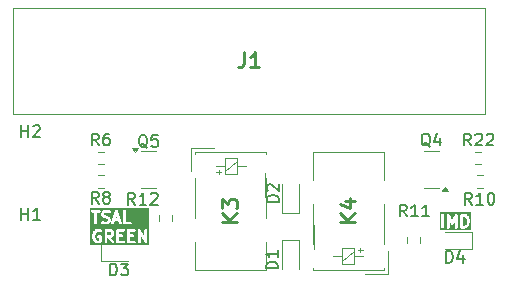
<source format=gbr>
%TF.GenerationSoftware,KiCad,Pcbnew,9.0.1*%
%TF.CreationDate,2025-06-11T23:13:24+02:00*%
%TF.ProjectId,PUTM_EV_CART_INDICATOR,5055544d-5f45-4565-9f43-4152545f494e,rev?*%
%TF.SameCoordinates,Original*%
%TF.FileFunction,Legend,Top*%
%TF.FilePolarity,Positive*%
%FSLAX46Y46*%
G04 Gerber Fmt 4.6, Leading zero omitted, Abs format (unit mm)*
G04 Created by KiCad (PCBNEW 9.0.1) date 2025-06-11 23:13:24*
%MOMM*%
%LPD*%
G01*
G04 APERTURE LIST*
%ADD10C,0.250000*%
%ADD11C,0.150000*%
%ADD12C,0.254000*%
%ADD13C,0.120000*%
%ADD14C,0.100000*%
G04 APERTURE END LIST*
D10*
G36*
X121835044Y-78021491D02*
G01*
X121895072Y-78081519D01*
X121927483Y-78146342D01*
X121968043Y-78308579D01*
X121968043Y-78420658D01*
X121927483Y-78582894D01*
X121895073Y-78647715D01*
X121835043Y-78707746D01*
X121739427Y-78739619D01*
X121646615Y-78739619D01*
X121646615Y-77989619D01*
X121739427Y-77989619D01*
X121835044Y-78021491D01*
G37*
G36*
X122343043Y-79114619D02*
G01*
X119652568Y-79114619D01*
X119652568Y-77864619D01*
X119777568Y-77864619D01*
X119777568Y-78864619D01*
X119779970Y-78889005D01*
X119798634Y-78934065D01*
X119833122Y-78968553D01*
X119878182Y-78987217D01*
X119926954Y-78987217D01*
X119972014Y-78968553D01*
X120006502Y-78934065D01*
X120025166Y-78889005D01*
X120027568Y-78864619D01*
X120027568Y-77864619D01*
X120253758Y-77864619D01*
X120253758Y-78864619D01*
X120256160Y-78889005D01*
X120274824Y-78934065D01*
X120309312Y-78968553D01*
X120354372Y-78987217D01*
X120403144Y-78987217D01*
X120448204Y-78968553D01*
X120482692Y-78934065D01*
X120501356Y-78889005D01*
X120503758Y-78864619D01*
X120503758Y-78428065D01*
X120598818Y-78631765D01*
X120604107Y-78640694D01*
X120605208Y-78643720D01*
X120607167Y-78645860D01*
X120611307Y-78652847D01*
X120625315Y-78665675D01*
X120638148Y-78679688D01*
X120643180Y-78682036D01*
X120647276Y-78685787D01*
X120665126Y-78692278D01*
X120682344Y-78700313D01*
X120687893Y-78700556D01*
X120693113Y-78702455D01*
X120712091Y-78701620D01*
X120731070Y-78702455D01*
X120736289Y-78700556D01*
X120741838Y-78700313D01*
X120759051Y-78692279D01*
X120776907Y-78685787D01*
X120781003Y-78682035D01*
X120786034Y-78679688D01*
X120798864Y-78665677D01*
X120812875Y-78652847D01*
X120817014Y-78645860D01*
X120818974Y-78643720D01*
X120820074Y-78640694D01*
X120825364Y-78631765D01*
X120920424Y-78428064D01*
X120920424Y-78864619D01*
X120922826Y-78889005D01*
X120941490Y-78934065D01*
X120975978Y-78968553D01*
X121021038Y-78987217D01*
X121069810Y-78987217D01*
X121114870Y-78968553D01*
X121149358Y-78934065D01*
X121168022Y-78889005D01*
X121170424Y-78864619D01*
X121170424Y-77864619D01*
X121396615Y-77864619D01*
X121396615Y-78864619D01*
X121399017Y-78889005D01*
X121417681Y-78934065D01*
X121452169Y-78968553D01*
X121497229Y-78987217D01*
X121521615Y-78989619D01*
X121759710Y-78989619D01*
X121772053Y-78988403D01*
X121775344Y-78988637D01*
X121779673Y-78987652D01*
X121784096Y-78987217D01*
X121787147Y-78985953D01*
X121799238Y-78983204D01*
X121942095Y-78935586D01*
X121964470Y-78925595D01*
X121967862Y-78922652D01*
X121972014Y-78920933D01*
X121990956Y-78905388D01*
X122086194Y-78810149D01*
X122094062Y-78800560D01*
X122096554Y-78798400D01*
X122098918Y-78794643D01*
X122101739Y-78791207D01*
X122103003Y-78788155D01*
X122109608Y-78777663D01*
X122157227Y-78682425D01*
X122157910Y-78680639D01*
X122158447Y-78679915D01*
X122162102Y-78669685D01*
X122165985Y-78659539D01*
X122166048Y-78658639D01*
X122166692Y-78656840D01*
X122214311Y-78466364D01*
X122214936Y-78462134D01*
X122215641Y-78460433D01*
X122216545Y-78451253D01*
X122217895Y-78442124D01*
X122217623Y-78440301D01*
X122218043Y-78436047D01*
X122218043Y-78293190D01*
X122217623Y-78288935D01*
X122217895Y-78287113D01*
X122216545Y-78277983D01*
X122215641Y-78268804D01*
X122214936Y-78267102D01*
X122214311Y-78262873D01*
X122166692Y-78072397D01*
X122166048Y-78070597D01*
X122165985Y-78069698D01*
X122162102Y-78059551D01*
X122158447Y-78049322D01*
X122157910Y-78048597D01*
X122157227Y-78046812D01*
X122109608Y-77951574D01*
X122103000Y-77941077D01*
X122101738Y-77938030D01*
X122098921Y-77934598D01*
X122096554Y-77930837D01*
X122094059Y-77928673D01*
X122086193Y-77919088D01*
X121990955Y-77823850D01*
X121972013Y-77808305D01*
X121967863Y-77806586D01*
X121964470Y-77803643D01*
X121942095Y-77793652D01*
X121799238Y-77746034D01*
X121787147Y-77743284D01*
X121784096Y-77742021D01*
X121779673Y-77741585D01*
X121775344Y-77740601D01*
X121772053Y-77740834D01*
X121759710Y-77739619D01*
X121521615Y-77739619D01*
X121497229Y-77742021D01*
X121452169Y-77760685D01*
X121417681Y-77795173D01*
X121399017Y-77840233D01*
X121396615Y-77864619D01*
X121170424Y-77864619D01*
X121168845Y-77848591D01*
X121168975Y-77845640D01*
X121168398Y-77844054D01*
X121168022Y-77840233D01*
X121159722Y-77820196D01*
X121152307Y-77799803D01*
X121150424Y-77797747D01*
X121149358Y-77795173D01*
X121134020Y-77779835D01*
X121119367Y-77763835D01*
X121116841Y-77762656D01*
X121114870Y-77760685D01*
X121094831Y-77752384D01*
X121075171Y-77743210D01*
X121072384Y-77743087D01*
X121069810Y-77742021D01*
X121048124Y-77742021D01*
X121026446Y-77741068D01*
X121023825Y-77742021D01*
X121021038Y-77742021D01*
X121000994Y-77750323D01*
X120980609Y-77757736D01*
X120978553Y-77759618D01*
X120975978Y-77760685D01*
X120960635Y-77776027D01*
X120944640Y-77790676D01*
X120942682Y-77793980D01*
X120941490Y-77795173D01*
X120940360Y-77797900D01*
X120932151Y-77811758D01*
X120712090Y-78283315D01*
X120492031Y-77811758D01*
X120483821Y-77797900D01*
X120482692Y-77795173D01*
X120481499Y-77793980D01*
X120479542Y-77790676D01*
X120463541Y-77776022D01*
X120448204Y-77760685D01*
X120445629Y-77759618D01*
X120443574Y-77757736D01*
X120423180Y-77750320D01*
X120403144Y-77742021D01*
X120400358Y-77742021D01*
X120397737Y-77741068D01*
X120376058Y-77742021D01*
X120354372Y-77742021D01*
X120351797Y-77743087D01*
X120349011Y-77743210D01*
X120329350Y-77752384D01*
X120309312Y-77760685D01*
X120307340Y-77762656D01*
X120304815Y-77763835D01*
X120290161Y-77779835D01*
X120274824Y-77795173D01*
X120273757Y-77797747D01*
X120271875Y-77799803D01*
X120264459Y-77820196D01*
X120256160Y-77840233D01*
X120255783Y-77844054D01*
X120255207Y-77845640D01*
X120255336Y-77848591D01*
X120253758Y-77864619D01*
X120027568Y-77864619D01*
X120025166Y-77840233D01*
X120006502Y-77795173D01*
X119972014Y-77760685D01*
X119926954Y-77742021D01*
X119878182Y-77742021D01*
X119833122Y-77760685D01*
X119798634Y-77795173D01*
X119779970Y-77840233D01*
X119777568Y-77864619D01*
X119652568Y-77864619D01*
X119652568Y-77614619D01*
X122343043Y-77614619D01*
X122343043Y-79114619D01*
G37*
G36*
X91804713Y-79279969D02*
G01*
X91823645Y-79298902D01*
X91848996Y-79349603D01*
X91848996Y-79433443D01*
X91823645Y-79484144D01*
X91804713Y-79503077D01*
X91754012Y-79528428D01*
X91527568Y-79528428D01*
X91527568Y-79254619D01*
X91754012Y-79254619D01*
X91804713Y-79279969D01*
G37*
G36*
X92371997Y-78108960D02*
G01*
X92242663Y-78108960D01*
X92307329Y-77914959D01*
X92371997Y-78108960D01*
G37*
G36*
X95033520Y-80379619D02*
G01*
X90012113Y-80379619D01*
X90012113Y-79558190D01*
X90229949Y-79558190D01*
X90229949Y-79701047D01*
X90230368Y-79705301D01*
X90230097Y-79707123D01*
X90231446Y-79716251D01*
X90232351Y-79725433D01*
X90233055Y-79727134D01*
X90233681Y-79731364D01*
X90281300Y-79921840D01*
X90281943Y-79923639D01*
X90282007Y-79924539D01*
X90285889Y-79934685D01*
X90289545Y-79944915D01*
X90290081Y-79945639D01*
X90290765Y-79947425D01*
X90338383Y-80042662D01*
X90344989Y-80053156D01*
X90346253Y-80056207D01*
X90349073Y-80059643D01*
X90351438Y-80063400D01*
X90353929Y-80065560D01*
X90361798Y-80075149D01*
X90457036Y-80170388D01*
X90475978Y-80185933D01*
X90480129Y-80187652D01*
X90483522Y-80190595D01*
X90505897Y-80200585D01*
X90648753Y-80248204D01*
X90660846Y-80250953D01*
X90663896Y-80252217D01*
X90668317Y-80252652D01*
X90672647Y-80253637D01*
X90675938Y-80253403D01*
X90688282Y-80254619D01*
X90783520Y-80254619D01*
X90795863Y-80253403D01*
X90799154Y-80253637D01*
X90803483Y-80252652D01*
X90807906Y-80252217D01*
X90810957Y-80250953D01*
X90823048Y-80248204D01*
X90965905Y-80200586D01*
X90988280Y-80190595D01*
X90991672Y-80187652D01*
X90995824Y-80185933D01*
X91014766Y-80170387D01*
X91062385Y-80122768D01*
X91077925Y-80103830D01*
X91077930Y-80103826D01*
X91096594Y-80058766D01*
X91098996Y-80034380D01*
X91098996Y-79701047D01*
X91096594Y-79676661D01*
X91077930Y-79631601D01*
X91043442Y-79597113D01*
X90998382Y-79578449D01*
X90973996Y-79576047D01*
X90783520Y-79576047D01*
X90759134Y-79578449D01*
X90714074Y-79597113D01*
X90679586Y-79631601D01*
X90660922Y-79676661D01*
X90660922Y-79725433D01*
X90679586Y-79770493D01*
X90714074Y-79804981D01*
X90759134Y-79823645D01*
X90783520Y-79826047D01*
X90848996Y-79826047D01*
X90848996Y-79976032D01*
X90763237Y-80004619D01*
X90708568Y-80004619D01*
X90612949Y-79972746D01*
X90552918Y-79912715D01*
X90520508Y-79847896D01*
X90479949Y-79685658D01*
X90479949Y-79573579D01*
X90520508Y-79411341D01*
X90552919Y-79346520D01*
X90612947Y-79286491D01*
X90708568Y-79254619D01*
X90801631Y-79254619D01*
X90870475Y-79289041D01*
X90893361Y-79297799D01*
X90942010Y-79301256D01*
X90988281Y-79285833D01*
X91025126Y-79253877D01*
X91046937Y-79210254D01*
X91050395Y-79161604D01*
X91039734Y-79129619D01*
X91277568Y-79129619D01*
X91277568Y-80129619D01*
X91279970Y-80154005D01*
X91298634Y-80199065D01*
X91333122Y-80233553D01*
X91378182Y-80252217D01*
X91426954Y-80252217D01*
X91472014Y-80233553D01*
X91506502Y-80199065D01*
X91525166Y-80154005D01*
X91527568Y-80129619D01*
X91527568Y-79778428D01*
X91575581Y-79778428D01*
X91871592Y-80201302D01*
X91887544Y-80219902D01*
X91928675Y-80246114D01*
X91976706Y-80254590D01*
X92024324Y-80244040D01*
X92064279Y-80216071D01*
X92090491Y-80174941D01*
X92098967Y-80126909D01*
X92088417Y-80079292D01*
X92076400Y-80057936D01*
X91863188Y-79753347D01*
X91934659Y-79717613D01*
X91945157Y-79711003D01*
X91948204Y-79709742D01*
X91951635Y-79706926D01*
X91955397Y-79704558D01*
X91957560Y-79702063D01*
X91967146Y-79694197D01*
X92014765Y-79646579D01*
X92022634Y-79636990D01*
X92025126Y-79634829D01*
X92027491Y-79631071D01*
X92030310Y-79627637D01*
X92031573Y-79624586D01*
X92038180Y-79614092D01*
X92085799Y-79518854D01*
X92094557Y-79495968D01*
X92094875Y-79491487D01*
X92096594Y-79487338D01*
X92098996Y-79462952D01*
X92098996Y-79320095D01*
X92096594Y-79295709D01*
X92094875Y-79291559D01*
X92094557Y-79287079D01*
X92085799Y-79264193D01*
X92038180Y-79168955D01*
X92031573Y-79158460D01*
X92030310Y-79155410D01*
X92027491Y-79151975D01*
X92025126Y-79148218D01*
X92022634Y-79146056D01*
X92014765Y-79136468D01*
X92007916Y-79129619D01*
X92277568Y-79129619D01*
X92277568Y-80129619D01*
X92279970Y-80154005D01*
X92298634Y-80199065D01*
X92333122Y-80233553D01*
X92378182Y-80252217D01*
X92402568Y-80254619D01*
X92878758Y-80254619D01*
X92903144Y-80252217D01*
X92948204Y-80233553D01*
X92982692Y-80199065D01*
X93001356Y-80154005D01*
X93001356Y-80105233D01*
X92982692Y-80060173D01*
X92948204Y-80025685D01*
X92903144Y-80007021D01*
X92878758Y-80004619D01*
X92527568Y-80004619D01*
X92527568Y-79730809D01*
X92735901Y-79730809D01*
X92760287Y-79728407D01*
X92805347Y-79709743D01*
X92839835Y-79675255D01*
X92858499Y-79630195D01*
X92858499Y-79581423D01*
X92839835Y-79536363D01*
X92805347Y-79501875D01*
X92760287Y-79483211D01*
X92735901Y-79480809D01*
X92527568Y-79480809D01*
X92527568Y-79254619D01*
X92878758Y-79254619D01*
X92903144Y-79252217D01*
X92948204Y-79233553D01*
X92982692Y-79199065D01*
X93001356Y-79154005D01*
X93001356Y-79129619D01*
X93182330Y-79129619D01*
X93182330Y-80129619D01*
X93184732Y-80154005D01*
X93203396Y-80199065D01*
X93237884Y-80233553D01*
X93282944Y-80252217D01*
X93307330Y-80254619D01*
X93783520Y-80254619D01*
X93807906Y-80252217D01*
X93852966Y-80233553D01*
X93887454Y-80199065D01*
X93906118Y-80154005D01*
X93906118Y-80105233D01*
X93887454Y-80060173D01*
X93852966Y-80025685D01*
X93807906Y-80007021D01*
X93783520Y-80004619D01*
X93432330Y-80004619D01*
X93432330Y-79730809D01*
X93640663Y-79730809D01*
X93665049Y-79728407D01*
X93710109Y-79709743D01*
X93744597Y-79675255D01*
X93763261Y-79630195D01*
X93763261Y-79581423D01*
X93744597Y-79536363D01*
X93710109Y-79501875D01*
X93665049Y-79483211D01*
X93640663Y-79480809D01*
X93432330Y-79480809D01*
X93432330Y-79254619D01*
X93783520Y-79254619D01*
X93807906Y-79252217D01*
X93852966Y-79233553D01*
X93887454Y-79199065D01*
X93906118Y-79154005D01*
X93906118Y-79129619D01*
X94087092Y-79129619D01*
X94087092Y-80129619D01*
X94089494Y-80154005D01*
X94108158Y-80199065D01*
X94142646Y-80233553D01*
X94187706Y-80252217D01*
X94236478Y-80252217D01*
X94281538Y-80233553D01*
X94316026Y-80199065D01*
X94334690Y-80154005D01*
X94337092Y-80129619D01*
X94337092Y-79600313D01*
X94674990Y-80191636D01*
X94678636Y-80196773D01*
X94679586Y-80199065D01*
X94681920Y-80201399D01*
X94689174Y-80211618D01*
X94702318Y-80221797D01*
X94714074Y-80233553D01*
X94721434Y-80236601D01*
X94727735Y-80241481D01*
X94743776Y-80245855D01*
X94759134Y-80252217D01*
X94767101Y-80252217D01*
X94774790Y-80254314D01*
X94791285Y-80252217D01*
X94807906Y-80252217D01*
X94815266Y-80249168D01*
X94823173Y-80248163D01*
X94837607Y-80239914D01*
X94852966Y-80233553D01*
X94858600Y-80227918D01*
X94865519Y-80223965D01*
X94875698Y-80210820D01*
X94887454Y-80199065D01*
X94890502Y-80191704D01*
X94895382Y-80185404D01*
X94899757Y-80169361D01*
X94906118Y-80154005D01*
X94907346Y-80141535D01*
X94908215Y-80138350D01*
X94907902Y-80135890D01*
X94908520Y-80129619D01*
X94908520Y-79129619D01*
X94906118Y-79105233D01*
X94887454Y-79060173D01*
X94852966Y-79025685D01*
X94807906Y-79007021D01*
X94759134Y-79007021D01*
X94714074Y-79025685D01*
X94679586Y-79060173D01*
X94660922Y-79105233D01*
X94658520Y-79129619D01*
X94658520Y-79658923D01*
X94320622Y-79067602D01*
X94316975Y-79062464D01*
X94316026Y-79060173D01*
X94313691Y-79057838D01*
X94306438Y-79047620D01*
X94293293Y-79037440D01*
X94281538Y-79025685D01*
X94274177Y-79022636D01*
X94267877Y-79017757D01*
X94251835Y-79013382D01*
X94236478Y-79007021D01*
X94228511Y-79007021D01*
X94220822Y-79004924D01*
X94204327Y-79007021D01*
X94187706Y-79007021D01*
X94180345Y-79010069D01*
X94172439Y-79011075D01*
X94158004Y-79019323D01*
X94142646Y-79025685D01*
X94137011Y-79031319D01*
X94130093Y-79035273D01*
X94119913Y-79048417D01*
X94108158Y-79060173D01*
X94105109Y-79067533D01*
X94100230Y-79073834D01*
X94095855Y-79089875D01*
X94089494Y-79105233D01*
X94088265Y-79117704D01*
X94087397Y-79120889D01*
X94087709Y-79123348D01*
X94087092Y-79129619D01*
X93906118Y-79129619D01*
X93906118Y-79105233D01*
X93887454Y-79060173D01*
X93852966Y-79025685D01*
X93807906Y-79007021D01*
X93783520Y-79004619D01*
X93307330Y-79004619D01*
X93282944Y-79007021D01*
X93237884Y-79025685D01*
X93203396Y-79060173D01*
X93184732Y-79105233D01*
X93182330Y-79129619D01*
X93001356Y-79129619D01*
X93001356Y-79105233D01*
X92982692Y-79060173D01*
X92948204Y-79025685D01*
X92903144Y-79007021D01*
X92878758Y-79004619D01*
X92402568Y-79004619D01*
X92378182Y-79007021D01*
X92333122Y-79025685D01*
X92298634Y-79060173D01*
X92279970Y-79105233D01*
X92277568Y-79129619D01*
X92007916Y-79129619D01*
X91967146Y-79088850D01*
X91957560Y-79080983D01*
X91955397Y-79078489D01*
X91951635Y-79076120D01*
X91948204Y-79073305D01*
X91945157Y-79072043D01*
X91934659Y-79065434D01*
X91839422Y-79017816D01*
X91816536Y-79009058D01*
X91812054Y-79008739D01*
X91807906Y-79007021D01*
X91783520Y-79004619D01*
X91402568Y-79004619D01*
X91378182Y-79007021D01*
X91333122Y-79025685D01*
X91298634Y-79060173D01*
X91279970Y-79105233D01*
X91277568Y-79129619D01*
X91039734Y-79129619D01*
X91034972Y-79115334D01*
X91003016Y-79078489D01*
X90982278Y-79065434D01*
X90887041Y-79017816D01*
X90864155Y-79009058D01*
X90859673Y-79008739D01*
X90855525Y-79007021D01*
X90831139Y-79004619D01*
X90688282Y-79004619D01*
X90675938Y-79005834D01*
X90672647Y-79005601D01*
X90668317Y-79006585D01*
X90663896Y-79007021D01*
X90660846Y-79008284D01*
X90648753Y-79011034D01*
X90505897Y-79058653D01*
X90483522Y-79068643D01*
X90480128Y-79071586D01*
X90475979Y-79073305D01*
X90457037Y-79088850D01*
X90361799Y-79184088D01*
X90353932Y-79193673D01*
X90351438Y-79195837D01*
X90349069Y-79199598D01*
X90346254Y-79203030D01*
X90344992Y-79206076D01*
X90338383Y-79216575D01*
X90290765Y-79311812D01*
X90290081Y-79313597D01*
X90289545Y-79314322D01*
X90285889Y-79324551D01*
X90282007Y-79334698D01*
X90281943Y-79335597D01*
X90281300Y-79337397D01*
X90233681Y-79527873D01*
X90233055Y-79532102D01*
X90232351Y-79533804D01*
X90231446Y-79542985D01*
X90230097Y-79552114D01*
X90230368Y-79553935D01*
X90229949Y-79558190D01*
X90012113Y-79558190D01*
X90012113Y-77495289D01*
X90137113Y-77495289D01*
X90137113Y-77544061D01*
X90155777Y-77589121D01*
X90190265Y-77623609D01*
X90235325Y-77642273D01*
X90259711Y-77644675D01*
X90420425Y-77644675D01*
X90420425Y-78519675D01*
X90422827Y-78544061D01*
X90441491Y-78589121D01*
X90475979Y-78623609D01*
X90521039Y-78642273D01*
X90569811Y-78642273D01*
X90614871Y-78623609D01*
X90649359Y-78589121D01*
X90668023Y-78544061D01*
X90670425Y-78519675D01*
X90670425Y-77710151D01*
X90991854Y-77710151D01*
X90991854Y-77805389D01*
X90994256Y-77829775D01*
X90995974Y-77833923D01*
X90996293Y-77838405D01*
X91005051Y-77861291D01*
X91052669Y-77956528D01*
X91059278Y-77967026D01*
X91060540Y-77970073D01*
X91063355Y-77973504D01*
X91065724Y-77977266D01*
X91068218Y-77979429D01*
X91076085Y-77989015D01*
X91123703Y-78036634D01*
X91133291Y-78044503D01*
X91135453Y-78046995D01*
X91139210Y-78049360D01*
X91142645Y-78052179D01*
X91145695Y-78053442D01*
X91156190Y-78060049D01*
X91251428Y-78107668D01*
X91253213Y-78108351D01*
X91253938Y-78108888D01*
X91264167Y-78112543D01*
X91274314Y-78116426D01*
X91275213Y-78116489D01*
X91277013Y-78117133D01*
X91454179Y-78161424D01*
X91518999Y-78193834D01*
X91537931Y-78212767D01*
X91563282Y-78263468D01*
X91563282Y-78299689D01*
X91537930Y-78350392D01*
X91518999Y-78369324D01*
X91468298Y-78394675D01*
X91279997Y-78394675D01*
X91156382Y-78353471D01*
X91132488Y-78348038D01*
X91083839Y-78351495D01*
X91040214Y-78373307D01*
X91008259Y-78410153D01*
X90992836Y-78456422D01*
X90996293Y-78505071D01*
X91018105Y-78548696D01*
X91054951Y-78580651D01*
X91077326Y-78590641D01*
X91220182Y-78638260D01*
X91232275Y-78641009D01*
X91235325Y-78642273D01*
X91239746Y-78642708D01*
X91244076Y-78643693D01*
X91247367Y-78643459D01*
X91259711Y-78644675D01*
X91497806Y-78644675D01*
X91522192Y-78642273D01*
X91526340Y-78640554D01*
X91530822Y-78640236D01*
X91553708Y-78631478D01*
X91648945Y-78583860D01*
X91659441Y-78577252D01*
X91662491Y-78575989D01*
X91665924Y-78573170D01*
X91669683Y-78570805D01*
X91671845Y-78568311D01*
X91681433Y-78560443D01*
X91729052Y-78512824D01*
X91736258Y-78504041D01*
X91849979Y-78504041D01*
X91853436Y-78552690D01*
X91875248Y-78596315D01*
X91912094Y-78628270D01*
X91958363Y-78643693D01*
X92007012Y-78640236D01*
X92050637Y-78618424D01*
X92082592Y-78581578D01*
X92092582Y-78559203D01*
X92159330Y-78358960D01*
X92455330Y-78358960D01*
X92522077Y-78559203D01*
X92532068Y-78581578D01*
X92564023Y-78618424D01*
X92607647Y-78640236D01*
X92656297Y-78643693D01*
X92702566Y-78628270D01*
X92739412Y-78596314D01*
X92761224Y-78552690D01*
X92764681Y-78504040D01*
X92759248Y-78480146D01*
X92439091Y-77519675D01*
X92848997Y-77519675D01*
X92848997Y-78519675D01*
X92851399Y-78544061D01*
X92870063Y-78589121D01*
X92904551Y-78623609D01*
X92949611Y-78642273D01*
X92973997Y-78644675D01*
X93450187Y-78644675D01*
X93474573Y-78642273D01*
X93519633Y-78623609D01*
X93554121Y-78589121D01*
X93572785Y-78544061D01*
X93572785Y-78495289D01*
X93554121Y-78450229D01*
X93519633Y-78415741D01*
X93474573Y-78397077D01*
X93450187Y-78394675D01*
X93098997Y-78394675D01*
X93098997Y-77519675D01*
X93096595Y-77495289D01*
X93077931Y-77450229D01*
X93043443Y-77415741D01*
X92998383Y-77397077D01*
X92949611Y-77397077D01*
X92904551Y-77415741D01*
X92870063Y-77450229D01*
X92851399Y-77495289D01*
X92848997Y-77519675D01*
X92439091Y-77519675D01*
X92425915Y-77480147D01*
X92415925Y-77457772D01*
X92410073Y-77451024D01*
X92406079Y-77443036D01*
X92394241Y-77432769D01*
X92383970Y-77420926D01*
X92375978Y-77416930D01*
X92369233Y-77411080D01*
X92354365Y-77406124D01*
X92340345Y-77399114D01*
X92331435Y-77398480D01*
X92322964Y-77395657D01*
X92307329Y-77396767D01*
X92291696Y-77395657D01*
X92283224Y-77398480D01*
X92274314Y-77399114D01*
X92260292Y-77406125D01*
X92245427Y-77411080D01*
X92238681Y-77416930D01*
X92230690Y-77420926D01*
X92220421Y-77432766D01*
X92208581Y-77443035D01*
X92204585Y-77451025D01*
X92198735Y-77457772D01*
X92188744Y-77480147D01*
X91855412Y-78480147D01*
X91849979Y-78504041D01*
X91736258Y-78504041D01*
X91736919Y-78503236D01*
X91739412Y-78501075D01*
X91741778Y-78497315D01*
X91744597Y-78493881D01*
X91745859Y-78490832D01*
X91752466Y-78480338D01*
X91800085Y-78385100D01*
X91808843Y-78362214D01*
X91809161Y-78357733D01*
X91810880Y-78353584D01*
X91813282Y-78329198D01*
X91813282Y-78233960D01*
X91810880Y-78209574D01*
X91809161Y-78205424D01*
X91808843Y-78200944D01*
X91800085Y-78178058D01*
X91752466Y-78082820D01*
X91745859Y-78072325D01*
X91744596Y-78069275D01*
X91741777Y-78065840D01*
X91739412Y-78062083D01*
X91736920Y-78059921D01*
X91729051Y-78050333D01*
X91681432Y-78002715D01*
X91671846Y-77994848D01*
X91669683Y-77992354D01*
X91665921Y-77989985D01*
X91662490Y-77987170D01*
X91659443Y-77985908D01*
X91648945Y-77979299D01*
X91553708Y-77931681D01*
X91551922Y-77930997D01*
X91551198Y-77930461D01*
X91540968Y-77926805D01*
X91530822Y-77922923D01*
X91529922Y-77922859D01*
X91528123Y-77922216D01*
X91350958Y-77877924D01*
X91286137Y-77845514D01*
X91267204Y-77826582D01*
X91241854Y-77775881D01*
X91241854Y-77739659D01*
X91267204Y-77688957D01*
X91286137Y-77670025D01*
X91336839Y-77644675D01*
X91525142Y-77644675D01*
X91648753Y-77685879D01*
X91672647Y-77691312D01*
X91721297Y-77687855D01*
X91764921Y-77666043D01*
X91796877Y-77629197D01*
X91812300Y-77582928D01*
X91808843Y-77534278D01*
X91787031Y-77490654D01*
X91750185Y-77458699D01*
X91727810Y-77448708D01*
X91584953Y-77401090D01*
X91572862Y-77398340D01*
X91569811Y-77397077D01*
X91565388Y-77396641D01*
X91561059Y-77395657D01*
X91557768Y-77395890D01*
X91545425Y-77394675D01*
X91307330Y-77394675D01*
X91282944Y-77397077D01*
X91278794Y-77398795D01*
X91274314Y-77399114D01*
X91251428Y-77407872D01*
X91156190Y-77455491D01*
X91145695Y-77462097D01*
X91142645Y-77463361D01*
X91139210Y-77466179D01*
X91135453Y-77468545D01*
X91133291Y-77471036D01*
X91123703Y-77478906D01*
X91076085Y-77526525D01*
X91068218Y-77536110D01*
X91065724Y-77538274D01*
X91063355Y-77542035D01*
X91060540Y-77545467D01*
X91059278Y-77548513D01*
X91052669Y-77559012D01*
X91005051Y-77654249D01*
X90996293Y-77677135D01*
X90995974Y-77681616D01*
X90994256Y-77685765D01*
X90991854Y-77710151D01*
X90670425Y-77710151D01*
X90670425Y-77644675D01*
X90831139Y-77644675D01*
X90855525Y-77642273D01*
X90900585Y-77623609D01*
X90935073Y-77589121D01*
X90953737Y-77544061D01*
X90953737Y-77495289D01*
X90935073Y-77450229D01*
X90900585Y-77415741D01*
X90855525Y-77397077D01*
X90831139Y-77394675D01*
X90259711Y-77394675D01*
X90235325Y-77397077D01*
X90190265Y-77415741D01*
X90155777Y-77450229D01*
X90137113Y-77495289D01*
X90012113Y-77495289D01*
X90012113Y-77269675D01*
X95033520Y-77269675D01*
X95033520Y-80379619D01*
G37*
D11*
X94904761Y-72150057D02*
X94809523Y-72102438D01*
X94809523Y-72102438D02*
X94714285Y-72007200D01*
X94714285Y-72007200D02*
X94571428Y-71864342D01*
X94571428Y-71864342D02*
X94476190Y-71816723D01*
X94476190Y-71816723D02*
X94380952Y-71816723D01*
X94428571Y-72054819D02*
X94333333Y-72007200D01*
X94333333Y-72007200D02*
X94238095Y-71911961D01*
X94238095Y-71911961D02*
X94190476Y-71721485D01*
X94190476Y-71721485D02*
X94190476Y-71388152D01*
X94190476Y-71388152D02*
X94238095Y-71197676D01*
X94238095Y-71197676D02*
X94333333Y-71102438D01*
X94333333Y-71102438D02*
X94428571Y-71054819D01*
X94428571Y-71054819D02*
X94619047Y-71054819D01*
X94619047Y-71054819D02*
X94714285Y-71102438D01*
X94714285Y-71102438D02*
X94809523Y-71197676D01*
X94809523Y-71197676D02*
X94857142Y-71388152D01*
X94857142Y-71388152D02*
X94857142Y-71721485D01*
X94857142Y-71721485D02*
X94809523Y-71911961D01*
X94809523Y-71911961D02*
X94714285Y-72007200D01*
X94714285Y-72007200D02*
X94619047Y-72054819D01*
X94619047Y-72054819D02*
X94428571Y-72054819D01*
X95761904Y-71054819D02*
X95285714Y-71054819D01*
X95285714Y-71054819D02*
X95238095Y-71531009D01*
X95238095Y-71531009D02*
X95285714Y-71483390D01*
X95285714Y-71483390D02*
X95380952Y-71435771D01*
X95380952Y-71435771D02*
X95619047Y-71435771D01*
X95619047Y-71435771D02*
X95714285Y-71483390D01*
X95714285Y-71483390D02*
X95761904Y-71531009D01*
X95761904Y-71531009D02*
X95809523Y-71626247D01*
X95809523Y-71626247D02*
X95809523Y-71864342D01*
X95809523Y-71864342D02*
X95761904Y-71959580D01*
X95761904Y-71959580D02*
X95714285Y-72007200D01*
X95714285Y-72007200D02*
X95619047Y-72054819D01*
X95619047Y-72054819D02*
X95380952Y-72054819D01*
X95380952Y-72054819D02*
X95285714Y-72007200D01*
X95285714Y-72007200D02*
X95238095Y-71959580D01*
D12*
X102511818Y-78437381D02*
X101241818Y-78437381D01*
X102511818Y-77711666D02*
X101786103Y-78255952D01*
X101241818Y-77711666D02*
X101967532Y-78437381D01*
X101241818Y-77288333D02*
X101241818Y-76502142D01*
X101241818Y-76502142D02*
X101725627Y-76925476D01*
X101725627Y-76925476D02*
X101725627Y-76744047D01*
X101725627Y-76744047D02*
X101786103Y-76623095D01*
X101786103Y-76623095D02*
X101846580Y-76562619D01*
X101846580Y-76562619D02*
X101967532Y-76502142D01*
X101967532Y-76502142D02*
X102269913Y-76502142D01*
X102269913Y-76502142D02*
X102390865Y-76562619D01*
X102390865Y-76562619D02*
X102451342Y-76623095D01*
X102451342Y-76623095D02*
X102511818Y-76744047D01*
X102511818Y-76744047D02*
X102511818Y-77106904D01*
X102511818Y-77106904D02*
X102451342Y-77227857D01*
X102451342Y-77227857D02*
X102390865Y-77288333D01*
D11*
X106024819Y-76738094D02*
X105024819Y-76738094D01*
X105024819Y-76738094D02*
X105024819Y-76499999D01*
X105024819Y-76499999D02*
X105072438Y-76357142D01*
X105072438Y-76357142D02*
X105167676Y-76261904D01*
X105167676Y-76261904D02*
X105262914Y-76214285D01*
X105262914Y-76214285D02*
X105453390Y-76166666D01*
X105453390Y-76166666D02*
X105596247Y-76166666D01*
X105596247Y-76166666D02*
X105786723Y-76214285D01*
X105786723Y-76214285D02*
X105881961Y-76261904D01*
X105881961Y-76261904D02*
X105977200Y-76357142D01*
X105977200Y-76357142D02*
X106024819Y-76499999D01*
X106024819Y-76499999D02*
X106024819Y-76738094D01*
X105120057Y-75785713D02*
X105072438Y-75738094D01*
X105072438Y-75738094D02*
X105024819Y-75642856D01*
X105024819Y-75642856D02*
X105024819Y-75404761D01*
X105024819Y-75404761D02*
X105072438Y-75309523D01*
X105072438Y-75309523D02*
X105120057Y-75261904D01*
X105120057Y-75261904D02*
X105215295Y-75214285D01*
X105215295Y-75214285D02*
X105310533Y-75214285D01*
X105310533Y-75214285D02*
X105453390Y-75261904D01*
X105453390Y-75261904D02*
X106024819Y-75833332D01*
X106024819Y-75833332D02*
X106024819Y-75214285D01*
X93857142Y-76954819D02*
X93523809Y-76478628D01*
X93285714Y-76954819D02*
X93285714Y-75954819D01*
X93285714Y-75954819D02*
X93666666Y-75954819D01*
X93666666Y-75954819D02*
X93761904Y-76002438D01*
X93761904Y-76002438D02*
X93809523Y-76050057D01*
X93809523Y-76050057D02*
X93857142Y-76145295D01*
X93857142Y-76145295D02*
X93857142Y-76288152D01*
X93857142Y-76288152D02*
X93809523Y-76383390D01*
X93809523Y-76383390D02*
X93761904Y-76431009D01*
X93761904Y-76431009D02*
X93666666Y-76478628D01*
X93666666Y-76478628D02*
X93285714Y-76478628D01*
X94809523Y-76954819D02*
X94238095Y-76954819D01*
X94523809Y-76954819D02*
X94523809Y-75954819D01*
X94523809Y-75954819D02*
X94428571Y-76097676D01*
X94428571Y-76097676D02*
X94333333Y-76192914D01*
X94333333Y-76192914D02*
X94238095Y-76240533D01*
X95190476Y-76050057D02*
X95238095Y-76002438D01*
X95238095Y-76002438D02*
X95333333Y-75954819D01*
X95333333Y-75954819D02*
X95571428Y-75954819D01*
X95571428Y-75954819D02*
X95666666Y-76002438D01*
X95666666Y-76002438D02*
X95714285Y-76050057D01*
X95714285Y-76050057D02*
X95761904Y-76145295D01*
X95761904Y-76145295D02*
X95761904Y-76240533D01*
X95761904Y-76240533D02*
X95714285Y-76383390D01*
X95714285Y-76383390D02*
X95142857Y-76954819D01*
X95142857Y-76954819D02*
X95761904Y-76954819D01*
X105954819Y-82363094D02*
X104954819Y-82363094D01*
X104954819Y-82363094D02*
X104954819Y-82124999D01*
X104954819Y-82124999D02*
X105002438Y-81982142D01*
X105002438Y-81982142D02*
X105097676Y-81886904D01*
X105097676Y-81886904D02*
X105192914Y-81839285D01*
X105192914Y-81839285D02*
X105383390Y-81791666D01*
X105383390Y-81791666D02*
X105526247Y-81791666D01*
X105526247Y-81791666D02*
X105716723Y-81839285D01*
X105716723Y-81839285D02*
X105811961Y-81886904D01*
X105811961Y-81886904D02*
X105907200Y-81982142D01*
X105907200Y-81982142D02*
X105954819Y-82124999D01*
X105954819Y-82124999D02*
X105954819Y-82363094D01*
X105954819Y-80839285D02*
X105954819Y-81410713D01*
X105954819Y-81124999D02*
X104954819Y-81124999D01*
X104954819Y-81124999D02*
X105097676Y-81220237D01*
X105097676Y-81220237D02*
X105192914Y-81315475D01*
X105192914Y-81315475D02*
X105240533Y-81410713D01*
D12*
X112511818Y-78437381D02*
X111241818Y-78437381D01*
X112511818Y-77711666D02*
X111786103Y-78255952D01*
X111241818Y-77711666D02*
X111967532Y-78437381D01*
X111665151Y-76623095D02*
X112511818Y-76623095D01*
X111181342Y-76925476D02*
X112088484Y-77227857D01*
X112088484Y-77227857D02*
X112088484Y-76441666D01*
D11*
X120199405Y-81884819D02*
X120199405Y-80884819D01*
X120199405Y-80884819D02*
X120437500Y-80884819D01*
X120437500Y-80884819D02*
X120580357Y-80932438D01*
X120580357Y-80932438D02*
X120675595Y-81027676D01*
X120675595Y-81027676D02*
X120723214Y-81122914D01*
X120723214Y-81122914D02*
X120770833Y-81313390D01*
X120770833Y-81313390D02*
X120770833Y-81456247D01*
X120770833Y-81456247D02*
X120723214Y-81646723D01*
X120723214Y-81646723D02*
X120675595Y-81741961D01*
X120675595Y-81741961D02*
X120580357Y-81837200D01*
X120580357Y-81837200D02*
X120437500Y-81884819D01*
X120437500Y-81884819D02*
X120199405Y-81884819D01*
X121627976Y-81218152D02*
X121627976Y-81884819D01*
X121389881Y-80837200D02*
X121151786Y-81551485D01*
X121151786Y-81551485D02*
X121770833Y-81551485D01*
X122294642Y-71954819D02*
X121961309Y-71478628D01*
X121723214Y-71954819D02*
X121723214Y-70954819D01*
X121723214Y-70954819D02*
X122104166Y-70954819D01*
X122104166Y-70954819D02*
X122199404Y-71002438D01*
X122199404Y-71002438D02*
X122247023Y-71050057D01*
X122247023Y-71050057D02*
X122294642Y-71145295D01*
X122294642Y-71145295D02*
X122294642Y-71288152D01*
X122294642Y-71288152D02*
X122247023Y-71383390D01*
X122247023Y-71383390D02*
X122199404Y-71431009D01*
X122199404Y-71431009D02*
X122104166Y-71478628D01*
X122104166Y-71478628D02*
X121723214Y-71478628D01*
X122675595Y-71050057D02*
X122723214Y-71002438D01*
X122723214Y-71002438D02*
X122818452Y-70954819D01*
X122818452Y-70954819D02*
X123056547Y-70954819D01*
X123056547Y-70954819D02*
X123151785Y-71002438D01*
X123151785Y-71002438D02*
X123199404Y-71050057D01*
X123199404Y-71050057D02*
X123247023Y-71145295D01*
X123247023Y-71145295D02*
X123247023Y-71240533D01*
X123247023Y-71240533D02*
X123199404Y-71383390D01*
X123199404Y-71383390D02*
X122627976Y-71954819D01*
X122627976Y-71954819D02*
X123247023Y-71954819D01*
X123627976Y-71050057D02*
X123675595Y-71002438D01*
X123675595Y-71002438D02*
X123770833Y-70954819D01*
X123770833Y-70954819D02*
X124008928Y-70954819D01*
X124008928Y-70954819D02*
X124104166Y-71002438D01*
X124104166Y-71002438D02*
X124151785Y-71050057D01*
X124151785Y-71050057D02*
X124199404Y-71145295D01*
X124199404Y-71145295D02*
X124199404Y-71240533D01*
X124199404Y-71240533D02*
X124151785Y-71383390D01*
X124151785Y-71383390D02*
X123580357Y-71954819D01*
X123580357Y-71954819D02*
X124199404Y-71954819D01*
X84238095Y-78254819D02*
X84238095Y-77254819D01*
X84238095Y-77731009D02*
X84809523Y-77731009D01*
X84809523Y-78254819D02*
X84809523Y-77254819D01*
X85809523Y-78254819D02*
X85238095Y-78254819D01*
X85523809Y-78254819D02*
X85523809Y-77254819D01*
X85523809Y-77254819D02*
X85428571Y-77397676D01*
X85428571Y-77397676D02*
X85333333Y-77492914D01*
X85333333Y-77492914D02*
X85238095Y-77540533D01*
X118842261Y-72050057D02*
X118747023Y-72002438D01*
X118747023Y-72002438D02*
X118651785Y-71907200D01*
X118651785Y-71907200D02*
X118508928Y-71764342D01*
X118508928Y-71764342D02*
X118413690Y-71716723D01*
X118413690Y-71716723D02*
X118318452Y-71716723D01*
X118366071Y-71954819D02*
X118270833Y-71907200D01*
X118270833Y-71907200D02*
X118175595Y-71811961D01*
X118175595Y-71811961D02*
X118127976Y-71621485D01*
X118127976Y-71621485D02*
X118127976Y-71288152D01*
X118127976Y-71288152D02*
X118175595Y-71097676D01*
X118175595Y-71097676D02*
X118270833Y-71002438D01*
X118270833Y-71002438D02*
X118366071Y-70954819D01*
X118366071Y-70954819D02*
X118556547Y-70954819D01*
X118556547Y-70954819D02*
X118651785Y-71002438D01*
X118651785Y-71002438D02*
X118747023Y-71097676D01*
X118747023Y-71097676D02*
X118794642Y-71288152D01*
X118794642Y-71288152D02*
X118794642Y-71621485D01*
X118794642Y-71621485D02*
X118747023Y-71811961D01*
X118747023Y-71811961D02*
X118651785Y-71907200D01*
X118651785Y-71907200D02*
X118556547Y-71954819D01*
X118556547Y-71954819D02*
X118366071Y-71954819D01*
X119651785Y-71288152D02*
X119651785Y-71954819D01*
X119413690Y-70907200D02*
X119175595Y-71621485D01*
X119175595Y-71621485D02*
X119794642Y-71621485D01*
X84238095Y-71254819D02*
X84238095Y-70254819D01*
X84238095Y-70731009D02*
X84809523Y-70731009D01*
X84809523Y-71254819D02*
X84809523Y-70254819D01*
X85238095Y-70350057D02*
X85285714Y-70302438D01*
X85285714Y-70302438D02*
X85380952Y-70254819D01*
X85380952Y-70254819D02*
X85619047Y-70254819D01*
X85619047Y-70254819D02*
X85714285Y-70302438D01*
X85714285Y-70302438D02*
X85761904Y-70350057D01*
X85761904Y-70350057D02*
X85809523Y-70445295D01*
X85809523Y-70445295D02*
X85809523Y-70540533D01*
X85809523Y-70540533D02*
X85761904Y-70683390D01*
X85761904Y-70683390D02*
X85190476Y-71254819D01*
X85190476Y-71254819D02*
X85809523Y-71254819D01*
X90770833Y-71954819D02*
X90437500Y-71478628D01*
X90199405Y-71954819D02*
X90199405Y-70954819D01*
X90199405Y-70954819D02*
X90580357Y-70954819D01*
X90580357Y-70954819D02*
X90675595Y-71002438D01*
X90675595Y-71002438D02*
X90723214Y-71050057D01*
X90723214Y-71050057D02*
X90770833Y-71145295D01*
X90770833Y-71145295D02*
X90770833Y-71288152D01*
X90770833Y-71288152D02*
X90723214Y-71383390D01*
X90723214Y-71383390D02*
X90675595Y-71431009D01*
X90675595Y-71431009D02*
X90580357Y-71478628D01*
X90580357Y-71478628D02*
X90199405Y-71478628D01*
X91627976Y-70954819D02*
X91437500Y-70954819D01*
X91437500Y-70954819D02*
X91342262Y-71002438D01*
X91342262Y-71002438D02*
X91294643Y-71050057D01*
X91294643Y-71050057D02*
X91199405Y-71192914D01*
X91199405Y-71192914D02*
X91151786Y-71383390D01*
X91151786Y-71383390D02*
X91151786Y-71764342D01*
X91151786Y-71764342D02*
X91199405Y-71859580D01*
X91199405Y-71859580D02*
X91247024Y-71907200D01*
X91247024Y-71907200D02*
X91342262Y-71954819D01*
X91342262Y-71954819D02*
X91532738Y-71954819D01*
X91532738Y-71954819D02*
X91627976Y-71907200D01*
X91627976Y-71907200D02*
X91675595Y-71859580D01*
X91675595Y-71859580D02*
X91723214Y-71764342D01*
X91723214Y-71764342D02*
X91723214Y-71526247D01*
X91723214Y-71526247D02*
X91675595Y-71431009D01*
X91675595Y-71431009D02*
X91627976Y-71383390D01*
X91627976Y-71383390D02*
X91532738Y-71335771D01*
X91532738Y-71335771D02*
X91342262Y-71335771D01*
X91342262Y-71335771D02*
X91247024Y-71383390D01*
X91247024Y-71383390D02*
X91199405Y-71431009D01*
X91199405Y-71431009D02*
X91151786Y-71526247D01*
X122382142Y-76954819D02*
X122048809Y-76478628D01*
X121810714Y-76954819D02*
X121810714Y-75954819D01*
X121810714Y-75954819D02*
X122191666Y-75954819D01*
X122191666Y-75954819D02*
X122286904Y-76002438D01*
X122286904Y-76002438D02*
X122334523Y-76050057D01*
X122334523Y-76050057D02*
X122382142Y-76145295D01*
X122382142Y-76145295D02*
X122382142Y-76288152D01*
X122382142Y-76288152D02*
X122334523Y-76383390D01*
X122334523Y-76383390D02*
X122286904Y-76431009D01*
X122286904Y-76431009D02*
X122191666Y-76478628D01*
X122191666Y-76478628D02*
X121810714Y-76478628D01*
X123334523Y-76954819D02*
X122763095Y-76954819D01*
X123048809Y-76954819D02*
X123048809Y-75954819D01*
X123048809Y-75954819D02*
X122953571Y-76097676D01*
X122953571Y-76097676D02*
X122858333Y-76192914D01*
X122858333Y-76192914D02*
X122763095Y-76240533D01*
X123953571Y-75954819D02*
X124048809Y-75954819D01*
X124048809Y-75954819D02*
X124144047Y-76002438D01*
X124144047Y-76002438D02*
X124191666Y-76050057D01*
X124191666Y-76050057D02*
X124239285Y-76145295D01*
X124239285Y-76145295D02*
X124286904Y-76335771D01*
X124286904Y-76335771D02*
X124286904Y-76573866D01*
X124286904Y-76573866D02*
X124239285Y-76764342D01*
X124239285Y-76764342D02*
X124191666Y-76859580D01*
X124191666Y-76859580D02*
X124144047Y-76907200D01*
X124144047Y-76907200D02*
X124048809Y-76954819D01*
X124048809Y-76954819D02*
X123953571Y-76954819D01*
X123953571Y-76954819D02*
X123858333Y-76907200D01*
X123858333Y-76907200D02*
X123810714Y-76859580D01*
X123810714Y-76859580D02*
X123763095Y-76764342D01*
X123763095Y-76764342D02*
X123715476Y-76573866D01*
X123715476Y-76573866D02*
X123715476Y-76335771D01*
X123715476Y-76335771D02*
X123763095Y-76145295D01*
X123763095Y-76145295D02*
X123810714Y-76050057D01*
X123810714Y-76050057D02*
X123858333Y-76002438D01*
X123858333Y-76002438D02*
X123953571Y-75954819D01*
X91761905Y-82954819D02*
X91761905Y-81954819D01*
X91761905Y-81954819D02*
X92000000Y-81954819D01*
X92000000Y-81954819D02*
X92142857Y-82002438D01*
X92142857Y-82002438D02*
X92238095Y-82097676D01*
X92238095Y-82097676D02*
X92285714Y-82192914D01*
X92285714Y-82192914D02*
X92333333Y-82383390D01*
X92333333Y-82383390D02*
X92333333Y-82526247D01*
X92333333Y-82526247D02*
X92285714Y-82716723D01*
X92285714Y-82716723D02*
X92238095Y-82811961D01*
X92238095Y-82811961D02*
X92142857Y-82907200D01*
X92142857Y-82907200D02*
X92000000Y-82954819D01*
X92000000Y-82954819D02*
X91761905Y-82954819D01*
X92666667Y-81954819D02*
X93285714Y-81954819D01*
X93285714Y-81954819D02*
X92952381Y-82335771D01*
X92952381Y-82335771D02*
X93095238Y-82335771D01*
X93095238Y-82335771D02*
X93190476Y-82383390D01*
X93190476Y-82383390D02*
X93238095Y-82431009D01*
X93238095Y-82431009D02*
X93285714Y-82526247D01*
X93285714Y-82526247D02*
X93285714Y-82764342D01*
X93285714Y-82764342D02*
X93238095Y-82859580D01*
X93238095Y-82859580D02*
X93190476Y-82907200D01*
X93190476Y-82907200D02*
X93095238Y-82954819D01*
X93095238Y-82954819D02*
X92809524Y-82954819D01*
X92809524Y-82954819D02*
X92714286Y-82907200D01*
X92714286Y-82907200D02*
X92666667Y-82859580D01*
X90770833Y-76884819D02*
X90437500Y-76408628D01*
X90199405Y-76884819D02*
X90199405Y-75884819D01*
X90199405Y-75884819D02*
X90580357Y-75884819D01*
X90580357Y-75884819D02*
X90675595Y-75932438D01*
X90675595Y-75932438D02*
X90723214Y-75980057D01*
X90723214Y-75980057D02*
X90770833Y-76075295D01*
X90770833Y-76075295D02*
X90770833Y-76218152D01*
X90770833Y-76218152D02*
X90723214Y-76313390D01*
X90723214Y-76313390D02*
X90675595Y-76361009D01*
X90675595Y-76361009D02*
X90580357Y-76408628D01*
X90580357Y-76408628D02*
X90199405Y-76408628D01*
X91342262Y-76313390D02*
X91247024Y-76265771D01*
X91247024Y-76265771D02*
X91199405Y-76218152D01*
X91199405Y-76218152D02*
X91151786Y-76122914D01*
X91151786Y-76122914D02*
X91151786Y-76075295D01*
X91151786Y-76075295D02*
X91199405Y-75980057D01*
X91199405Y-75980057D02*
X91247024Y-75932438D01*
X91247024Y-75932438D02*
X91342262Y-75884819D01*
X91342262Y-75884819D02*
X91532738Y-75884819D01*
X91532738Y-75884819D02*
X91627976Y-75932438D01*
X91627976Y-75932438D02*
X91675595Y-75980057D01*
X91675595Y-75980057D02*
X91723214Y-76075295D01*
X91723214Y-76075295D02*
X91723214Y-76122914D01*
X91723214Y-76122914D02*
X91675595Y-76218152D01*
X91675595Y-76218152D02*
X91627976Y-76265771D01*
X91627976Y-76265771D02*
X91532738Y-76313390D01*
X91532738Y-76313390D02*
X91342262Y-76313390D01*
X91342262Y-76313390D02*
X91247024Y-76361009D01*
X91247024Y-76361009D02*
X91199405Y-76408628D01*
X91199405Y-76408628D02*
X91151786Y-76503866D01*
X91151786Y-76503866D02*
X91151786Y-76694342D01*
X91151786Y-76694342D02*
X91199405Y-76789580D01*
X91199405Y-76789580D02*
X91247024Y-76837200D01*
X91247024Y-76837200D02*
X91342262Y-76884819D01*
X91342262Y-76884819D02*
X91532738Y-76884819D01*
X91532738Y-76884819D02*
X91627976Y-76837200D01*
X91627976Y-76837200D02*
X91675595Y-76789580D01*
X91675595Y-76789580D02*
X91723214Y-76694342D01*
X91723214Y-76694342D02*
X91723214Y-76503866D01*
X91723214Y-76503866D02*
X91675595Y-76408628D01*
X91675595Y-76408628D02*
X91627976Y-76361009D01*
X91627976Y-76361009D02*
X91532738Y-76313390D01*
D12*
X103076667Y-64084318D02*
X103076667Y-64991461D01*
X103076667Y-64991461D02*
X103016190Y-65172889D01*
X103016190Y-65172889D02*
X102895238Y-65293842D01*
X102895238Y-65293842D02*
X102713809Y-65354318D01*
X102713809Y-65354318D02*
X102592857Y-65354318D01*
X104346667Y-65354318D02*
X103620952Y-65354318D01*
X103983809Y-65354318D02*
X103983809Y-64084318D01*
X103983809Y-64084318D02*
X103862857Y-64265746D01*
X103862857Y-64265746D02*
X103741905Y-64386699D01*
X103741905Y-64386699D02*
X103620952Y-64447175D01*
D11*
X116857142Y-77954819D02*
X116523809Y-77478628D01*
X116285714Y-77954819D02*
X116285714Y-76954819D01*
X116285714Y-76954819D02*
X116666666Y-76954819D01*
X116666666Y-76954819D02*
X116761904Y-77002438D01*
X116761904Y-77002438D02*
X116809523Y-77050057D01*
X116809523Y-77050057D02*
X116857142Y-77145295D01*
X116857142Y-77145295D02*
X116857142Y-77288152D01*
X116857142Y-77288152D02*
X116809523Y-77383390D01*
X116809523Y-77383390D02*
X116761904Y-77431009D01*
X116761904Y-77431009D02*
X116666666Y-77478628D01*
X116666666Y-77478628D02*
X116285714Y-77478628D01*
X117809523Y-77954819D02*
X117238095Y-77954819D01*
X117523809Y-77954819D02*
X117523809Y-76954819D01*
X117523809Y-76954819D02*
X117428571Y-77097676D01*
X117428571Y-77097676D02*
X117333333Y-77192914D01*
X117333333Y-77192914D02*
X117238095Y-77240533D01*
X118761904Y-77954819D02*
X118190476Y-77954819D01*
X118476190Y-77954819D02*
X118476190Y-76954819D01*
X118476190Y-76954819D02*
X118380952Y-77097676D01*
X118380952Y-77097676D02*
X118285714Y-77192914D01*
X118285714Y-77192914D02*
X118190476Y-77240533D01*
D13*
%TO.C,Q5*%
X95000000Y-72440000D02*
X94350000Y-72440000D01*
X95000000Y-72440000D02*
X95650000Y-72440000D01*
X95000000Y-75560000D02*
X94350000Y-75560000D01*
X95000000Y-75560000D02*
X95650000Y-75560000D01*
X93837500Y-72490000D02*
X93597500Y-72160000D01*
X94077500Y-72160000D01*
X93837500Y-72490000D01*
G36*
X93837500Y-72490000D02*
G01*
X93597500Y-72160000D01*
X94077500Y-72160000D01*
X93837500Y-72490000D01*
G37*
%TO.C,K3*%
X98627500Y-72200000D02*
X100527500Y-72200000D01*
X98627500Y-74150000D02*
X98627500Y-72200000D01*
X98917500Y-72500000D02*
X98917500Y-72700000D01*
X98917500Y-74700000D02*
X98917500Y-78100000D01*
X98917500Y-80100000D02*
X98917500Y-82500000D01*
X98917500Y-82500000D02*
X104917500Y-82500000D01*
X100937500Y-74000000D02*
X100937500Y-74400000D01*
X101137500Y-74200000D02*
X100737500Y-74200000D01*
X101477500Y-73000000D02*
X101477500Y-74400000D01*
X101477500Y-73700000D02*
X100677500Y-73700000D01*
X101477500Y-74100000D02*
X102477500Y-73300000D01*
X102477500Y-73000000D02*
X101477500Y-73000000D01*
X102477500Y-73700000D02*
X103277500Y-73700000D01*
X102477500Y-74400000D02*
X101477500Y-74400000D01*
X102477500Y-74400000D02*
X102477500Y-73000000D01*
D14*
X104897500Y-74300000D02*
X104897500Y-76300000D01*
D13*
X104917500Y-72500000D02*
X98917500Y-72500000D01*
X104917500Y-72700000D02*
X104917500Y-72500000D01*
X104917500Y-74700000D02*
X104917500Y-78100000D01*
X104917500Y-82500000D02*
X104917500Y-80100000D01*
%TO.C,D2*%
X106265000Y-75200000D02*
X106265000Y-77660000D01*
X106265000Y-77660000D02*
X107735000Y-77660000D01*
X107735000Y-77660000D02*
X107735000Y-75200000D01*
%TO.C,R12*%
X95915000Y-77832776D02*
X95915000Y-78342224D01*
X96960000Y-77832776D02*
X96960000Y-78342224D01*
%TO.C,D1*%
X106265000Y-79965000D02*
X106265000Y-82425000D01*
X107735000Y-79965000D02*
X106265000Y-79965000D01*
X107735000Y-82425000D02*
X107735000Y-79965000D01*
%TO.C,K4*%
X108957500Y-72500000D02*
X108957500Y-74900000D01*
X108957500Y-80300000D02*
X108957500Y-76900000D01*
X108957500Y-82300000D02*
X108957500Y-82500000D01*
X108957500Y-82500000D02*
X114957500Y-82500000D01*
D14*
X108977500Y-80700000D02*
X108977500Y-78700000D01*
D13*
X111397500Y-80600000D02*
X111397500Y-82000000D01*
X111397500Y-80600000D02*
X112397500Y-80600000D01*
X111397500Y-81300000D02*
X110597500Y-81300000D01*
X111397500Y-82000000D02*
X112397500Y-82000000D01*
X112397500Y-80900000D02*
X111397500Y-81700000D01*
X112397500Y-81300000D02*
X113197500Y-81300000D01*
X112397500Y-82000000D02*
X112397500Y-80600000D01*
X112737500Y-80800000D02*
X113137500Y-80800000D01*
X112937500Y-81000000D02*
X112937500Y-80600000D01*
X114957500Y-72500000D02*
X108957500Y-72500000D01*
X114957500Y-74900000D02*
X114957500Y-72500000D01*
X114957500Y-80300000D02*
X114957500Y-76900000D01*
X114957500Y-82500000D02*
X114957500Y-82300000D01*
X115247500Y-80850000D02*
X115247500Y-82800000D01*
X115247500Y-82800000D02*
X113347500Y-82800000D01*
%TO.C,D4*%
X120137500Y-80735000D02*
X122422500Y-80735000D01*
X122422500Y-79265000D02*
X120137500Y-79265000D01*
X122422500Y-80735000D02*
X122422500Y-79265000D01*
%TO.C,R22*%
X123192224Y-72477500D02*
X122682776Y-72477500D01*
X123192224Y-73522500D02*
X122682776Y-73522500D01*
%TO.C,Q4*%
X118937500Y-72440000D02*
X118287500Y-72440000D01*
X118937500Y-72440000D02*
X119587500Y-72440000D01*
X118937500Y-75560000D02*
X118287500Y-75560000D01*
X118937500Y-75560000D02*
X119587500Y-75560000D01*
X120340000Y-75840000D02*
X119860000Y-75840000D01*
X120100000Y-75510000D01*
X120340000Y-75840000D01*
G36*
X120340000Y-75840000D02*
G01*
X119860000Y-75840000D01*
X120100000Y-75510000D01*
X120340000Y-75840000D01*
G37*
%TO.C,R6*%
X91192224Y-72477500D02*
X90682776Y-72477500D01*
X91192224Y-73522500D02*
X90682776Y-73522500D01*
%TO.C,R10*%
X122770276Y-74477500D02*
X123279724Y-74477500D01*
X122770276Y-75522500D02*
X123279724Y-75522500D01*
%TO.C,D3*%
X91015000Y-80265000D02*
X91015000Y-81735000D01*
X91015000Y-81735000D02*
X93300000Y-81735000D01*
X93300000Y-80265000D02*
X91015000Y-80265000D01*
%TO.C,R8*%
X91192224Y-74477500D02*
X90682776Y-74477500D01*
X91192224Y-75522500D02*
X90682776Y-75522500D01*
D14*
%TO.C,J1*%
X83500000Y-60280000D02*
X123500000Y-60280000D01*
X83500000Y-69280000D02*
X83500000Y-60280000D01*
X123500000Y-60280000D02*
X123500000Y-69280000D01*
X123500000Y-69280000D02*
X83500000Y-69280000D01*
D13*
%TO.C,R11*%
X116915000Y-79745276D02*
X116915000Y-80254724D01*
X117960000Y-79745276D02*
X117960000Y-80254724D01*
%TD*%
M02*

</source>
